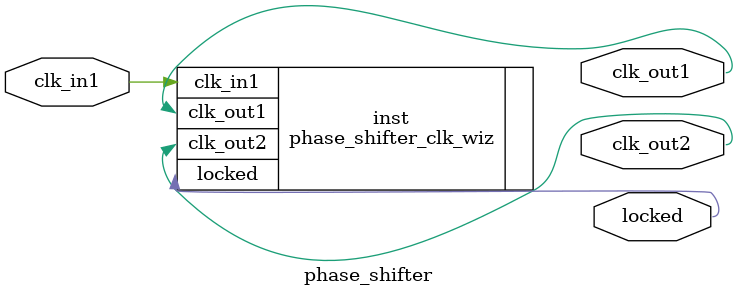
<source format=v>


`timescale 1ps/1ps

(* CORE_GENERATION_INFO = "phase_shifter,clk_wiz_v6_0_2_0_0,{component_name=phase_shifter,use_phase_alignment=true,use_min_o_jitter=false,use_max_i_jitter=false,use_dyn_phase_shift=false,use_inclk_switchover=false,use_dyn_reconfig=false,enable_axi=0,feedback_source=FDBK_AUTO,PRIMITIVE=MMCM,num_out_clk=2,clkin1_period=10.000,clkin2_period=10.000,use_power_down=false,use_reset=false,use_locked=true,use_inclk_stopped=false,feedback_type=SINGLE,CLOCK_MGR_TYPE=NA,manual_override=false}" *)

module phase_shifter 
 (
  // Clock out ports
  output        clk_out1,
  output        clk_out2,
  // Status and control signals
  output        locked,
 // Clock in ports
  input         clk_in1
 );

  phase_shifter_clk_wiz inst
  (
  // Clock out ports  
  .clk_out1(clk_out1),
  .clk_out2(clk_out2),
  // Status and control signals               
  .locked(locked),
 // Clock in ports
  .clk_in1(clk_in1)
  );

endmodule

</source>
